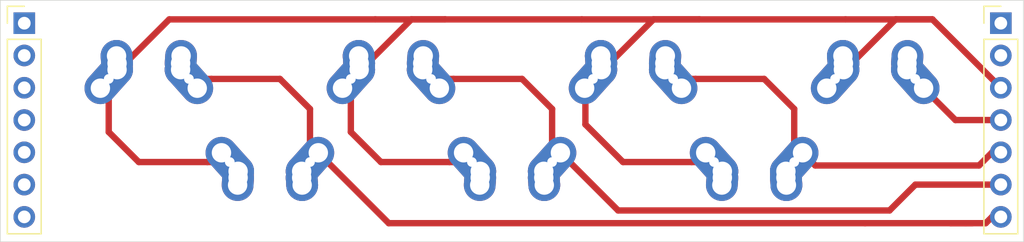
<source format=kicad_pcb>
(kicad_pcb (version 20171130) (host pcbnew "(5.1.4)-1")

  (general
    (thickness 1.6)
    (drawings 4)
    (tracks 61)
    (zones 0)
    (modules 9)
    (nets 15)
  )

  (page A4)
  (layers
    (0 F.Cu signal)
    (31 B.Cu signal hide)
    (32 B.Adhes user hide)
    (33 F.Adhes user hide)
    (34 B.Paste user hide)
    (35 F.Paste user hide)
    (36 B.SilkS user hide)
    (37 F.SilkS user hide)
    (38 B.Mask user hide)
    (39 F.Mask user hide)
    (40 Dwgs.User user hide)
    (41 Cmts.User user hide)
    (42 Eco1.User user hide)
    (43 Eco2.User user hide)
    (44 Edge.Cuts user)
    (45 Margin user hide)
    (46 B.CrtYd user hide)
    (47 F.CrtYd user hide)
    (48 B.Fab user)
    (49 F.Fab user)
  )

  (setup
    (last_trace_width 0.5)
    (user_trace_width 0.762)
    (trace_clearance 0.5)
    (zone_clearance 0.5)
    (zone_45_only no)
    (trace_min 0.2)
    (via_size 0.8)
    (via_drill 0.4)
    (via_min_size 0.4)
    (via_min_drill 0.3)
    (uvia_size 0.3)
    (uvia_drill 0.1)
    (uvias_allowed no)
    (uvia_min_size 0.2)
    (uvia_min_drill 0.1)
    (edge_width 0.05)
    (segment_width 0.2)
    (pcb_text_width 0.3)
    (pcb_text_size 1.5 1.5)
    (mod_edge_width 0.12)
    (mod_text_size 1 1)
    (mod_text_width 0.15)
    (pad_size 1.524 1.524)
    (pad_drill 0.762)
    (pad_to_mask_clearance 0.5)
    (solder_mask_min_width 0.25)
    (aux_axis_origin 0 0)
    (grid_origin 118.745 48.895)
    (visible_elements 7EF9BE47)
    (pcbplotparams
      (layerselection 0x01000_7fffffff)
      (usegerberextensions false)
      (usegerberattributes false)
      (usegerberadvancedattributes false)
      (creategerberjobfile false)
      (excludeedgelayer true)
      (linewidth 0.500000)
      (plotframeref false)
      (viasonmask false)
      (mode 1)
      (useauxorigin false)
      (hpglpennumber 1)
      (hpglpenspeed 20)
      (hpglpendiameter 15.000000)
      (psnegative false)
      (psa4output false)
      (plotreference false)
      (plotvalue false)
      (plotinvisibletext false)
      (padsonsilk false)
      (subtractmaskfromsilk false)
      (outputformat 1)
      (mirror false)
      (drillshape 0)
      (scaleselection 1)
      (outputdirectory "output/"))
  )

  (net 0 "")
  (net 1 "Net-(JMM1.2-Pad1)")
  (net 2 "Net-(JMM1.2-Pad2)")
  (net 3 "Net-(JMM1.2-Pad3)")
  (net 4 "Net-(JMM1.2-Pad4)")
  (net 5 "Net-(JMM1.2-Pad5)")
  (net 6 "Net-(JMM1.2-Pad6)")
  (net 7 "Net-(JMM1.2-Pad7)")
  (net 8 "Net-(JMM1.1-Pad7)")
  (net 9 "Net-(JMM1.1-Pad6)")
  (net 10 "Net-(JMM1.1-Pad5)")
  (net 11 "Net-(JMM1.1-Pad4)")
  (net 12 "Net-(JMM1.1-Pad3)")
  (net 13 "Net-(JMM1.1-Pad2)")
  (net 14 "Net-(JMM1.1-Pad1)")

  (net_class Default "This is the default net class."
    (clearance 0.5)
    (trace_width 0.5)
    (via_dia 0.8)
    (via_drill 0.4)
    (uvia_dia 0.3)
    (uvia_drill 0.1)
    (add_net "Net-(JMM1.1-Pad1)")
    (add_net "Net-(JMM1.1-Pad2)")
    (add_net "Net-(JMM1.1-Pad3)")
    (add_net "Net-(JMM1.1-Pad4)")
    (add_net "Net-(JMM1.1-Pad5)")
    (add_net "Net-(JMM1.1-Pad6)")
    (add_net "Net-(JMM1.1-Pad7)")
    (add_net "Net-(JMM1.2-Pad1)")
    (add_net "Net-(JMM1.2-Pad2)")
    (add_net "Net-(JMM1.2-Pad3)")
    (add_net "Net-(JMM1.2-Pad4)")
    (add_net "Net-(JMM1.2-Pad5)")
    (add_net "Net-(JMM1.2-Pad6)")
    (add_net "Net-(JMM1.2-Pad7)")
  )

  (net_class Large ""
    (clearance 0.5)
    (trace_width 0.5)
    (via_dia 0.8)
    (via_drill 0.4)
    (uvia_dia 0.3)
    (uvia_drill 0.1)
  )

  (module Keebio-Parts:Hybrid_Plate_100H_Dual_hole-nosilk (layer F.Cu) (tedit 5D8FAB62) (tstamp 5D93D004)
    (at 212.58 14.35)
    (path /5DA20242)
    (fp_text reference SWA7.2 (at 0 3.175) (layer F.SilkS) hide
      (effects (font (size 1.27 1.524) (thickness 0.2032)))
    )
    (fp_text value SW_Push_45deg (at 0 5.08) (layer F.SilkS) hide
      (effects (font (size 1.27 1.524) (thickness 0.2032)))
    )
    (fp_line (start -6.985 6.985) (end -6.985 -6.985) (layer Eco2.User) (width 0.1524))
    (fp_line (start 6.985 6.985) (end -6.985 6.985) (layer Eco2.User) (width 0.1524))
    (fp_line (start 6.985 -6.985) (end 6.985 6.985) (layer Eco2.User) (width 0.1524))
    (fp_line (start -6.985 -6.985) (end 6.985 -6.985) (layer Eco2.User) (width 0.1524))
    (fp_line (start -9.398 9.398) (end -9.398 -9.398) (layer Dwgs.User) (width 0.1524))
    (fp_line (start 9.398 9.398) (end -9.398 9.398) (layer Dwgs.User) (width 0.1524))
    (fp_line (start 9.398 -9.398) (end 9.398 9.398) (layer Dwgs.User) (width 0.1524))
    (fp_line (start -9.398 -9.398) (end 9.398 -9.398) (layer Dwgs.User) (width 0.1524))
    (fp_line (start -6.35 6.35) (end -6.35 -6.35) (layer Cmts.User) (width 0.1524))
    (fp_line (start 6.35 6.35) (end -6.35 6.35) (layer Cmts.User) (width 0.1524))
    (fp_line (start 6.35 -6.35) (end 6.35 6.35) (layer Cmts.User) (width 0.1524))
    (fp_line (start -6.35 -6.35) (end 6.35 -6.35) (layer Cmts.User) (width 0.1524))
    (pad 1 thru_hole circle (at -2.54 -5.08 330.9) (size 2.5 2.5) (drill 1.524) (layers *.Cu F.Mask)
      (net 12 "Net-(JMM1.1-Pad3)"))
    (pad 1 thru_hole circle (at -2.5 -4.5 330.9) (size 2.5 2.5) (drill 1.524) (layers *.Cu F.Mask)
      (net 12 "Net-(JMM1.1-Pad3)"))
    (pad 1 thru_hole oval (at -2.52 -4.79 3.9) (size 2.5 3.081378) (drill 0.762) (layers *.Cu F.Mask)
      (net 12 "Net-(JMM1.1-Pad3)"))
    (pad 2 thru_hole circle (at 3.81 -2.54 330.9) (size 2 2) (drill 1.524) (layers *.Cu F.Mask)
      (net 11 "Net-(JMM1.1-Pad4)"))
    (pad 2 thru_hole circle (at 2.5 -4) (size 2.5 2.5) (drill 1.524) (layers *.Cu *.Mask)
      (net 11 "Net-(JMM1.1-Pad4)"))
    (pad 1 thru_hole oval (at -3.155 -3.27 138.1) (size 2.5 4.461556) (drill 0.762) (layers *.Cu B.Mask)
      (net 12 "Net-(JMM1.1-Pad3)"))
    (pad 2 thru_hole oval (at 3.155 -3.27 221.9) (size 2.5 4.461556) (drill 0.762) (layers *.Cu F.Mask)
      (net 11 "Net-(JMM1.1-Pad4)"))
    (pad 1 thru_hole circle (at -3.81 -2.54 330.9) (size 2 2) (drill 1.524) (layers *.Cu B.Mask)
      (net 12 "Net-(JMM1.1-Pad3)"))
    (pad HOLE np_thru_hole circle (at 0 0) (size 3.9878 3.9878) (drill 3.9878) (layers *.Cu *.Mask))
    (pad 1 thru_hole circle (at -2.5 -4 330.9) (size 2.5 2.5) (drill 1.524) (layers *.Cu *.Mask)
      (net 12 "Net-(JMM1.1-Pad3)"))
    (pad 2 thru_hole circle (at 2.54 -5.08 330.9) (size 2 2) (drill 1.524) (layers *.Cu B.Mask)
      (net 11 "Net-(JMM1.1-Pad4)"))
    (pad 2 thru_hole circle (at 2.5 -4.5 330.9) (size 2 2) (drill 1.524) (layers *.Cu B.Mask)
      (net 11 "Net-(JMM1.1-Pad4)"))
    (pad 2 thru_hole oval (at 2.52 -4.79 356.1) (size 2.5 3.081378) (drill 0.762) (layers *.Cu B.Mask)
      (net 11 "Net-(JMM1.1-Pad4)"))
  )

  (module Keebio-Parts:Hybrid_Plate_100H_Dual_hole-nosilk (layer F.Cu) (tedit 5D8FAB62) (tstamp 5D93D021)
    (at 193.53 14.35)
    (path /5DA2281E)
    (fp_text reference SWB7.1 (at 0 3.175) (layer F.SilkS) hide
      (effects (font (size 1.27 1.524) (thickness 0.2032)))
    )
    (fp_text value SW_Push_45deg (at 0 5.08) (layer F.SilkS) hide
      (effects (font (size 1.27 1.524) (thickness 0.2032)))
    )
    (fp_line (start -6.35 -6.35) (end 6.35 -6.35) (layer Cmts.User) (width 0.1524))
    (fp_line (start 6.35 -6.35) (end 6.35 6.35) (layer Cmts.User) (width 0.1524))
    (fp_line (start 6.35 6.35) (end -6.35 6.35) (layer Cmts.User) (width 0.1524))
    (fp_line (start -6.35 6.35) (end -6.35 -6.35) (layer Cmts.User) (width 0.1524))
    (fp_line (start -9.398 -9.398) (end 9.398 -9.398) (layer Dwgs.User) (width 0.1524))
    (fp_line (start 9.398 -9.398) (end 9.398 9.398) (layer Dwgs.User) (width 0.1524))
    (fp_line (start 9.398 9.398) (end -9.398 9.398) (layer Dwgs.User) (width 0.1524))
    (fp_line (start -9.398 9.398) (end -9.398 -9.398) (layer Dwgs.User) (width 0.1524))
    (fp_line (start -6.985 -6.985) (end 6.985 -6.985) (layer Eco2.User) (width 0.1524))
    (fp_line (start 6.985 -6.985) (end 6.985 6.985) (layer Eco2.User) (width 0.1524))
    (fp_line (start 6.985 6.985) (end -6.985 6.985) (layer Eco2.User) (width 0.1524))
    (fp_line (start -6.985 6.985) (end -6.985 -6.985) (layer Eco2.User) (width 0.1524))
    (pad 2 thru_hole oval (at 2.52 -4.79 356.1) (size 2.5 3.081378) (drill 0.762) (layers *.Cu B.Mask)
      (net 10 "Net-(JMM1.1-Pad5)"))
    (pad 2 thru_hole circle (at 2.5 -4.5 330.9) (size 2 2) (drill 1.524) (layers *.Cu B.Mask)
      (net 10 "Net-(JMM1.1-Pad5)"))
    (pad 2 thru_hole circle (at 2.54 -5.08 330.9) (size 2 2) (drill 1.524) (layers *.Cu B.Mask)
      (net 10 "Net-(JMM1.1-Pad5)"))
    (pad 1 thru_hole circle (at -2.5 -4 330.9) (size 2.5 2.5) (drill 1.524) (layers *.Cu *.Mask)
      (net 12 "Net-(JMM1.1-Pad3)"))
    (pad HOLE np_thru_hole circle (at 0 0) (size 3.9878 3.9878) (drill 3.9878) (layers *.Cu *.Mask))
    (pad 1 thru_hole circle (at -3.81 -2.54 330.9) (size 2 2) (drill 1.524) (layers *.Cu B.Mask)
      (net 12 "Net-(JMM1.1-Pad3)"))
    (pad 2 thru_hole oval (at 3.155 -3.27 221.9) (size 2.5 4.461556) (drill 0.762) (layers *.Cu F.Mask)
      (net 10 "Net-(JMM1.1-Pad5)"))
    (pad 1 thru_hole oval (at -3.155 -3.27 138.1) (size 2.5 4.461556) (drill 0.762) (layers *.Cu B.Mask)
      (net 12 "Net-(JMM1.1-Pad3)"))
    (pad 2 thru_hole circle (at 2.5 -4) (size 2.5 2.5) (drill 1.524) (layers *.Cu *.Mask)
      (net 10 "Net-(JMM1.1-Pad5)"))
    (pad 2 thru_hole circle (at 3.81 -2.54 330.9) (size 2 2) (drill 1.524) (layers *.Cu F.Mask)
      (net 10 "Net-(JMM1.1-Pad5)"))
    (pad 1 thru_hole oval (at -2.52 -4.79 3.9) (size 2.5 3.081378) (drill 0.762) (layers *.Cu F.Mask)
      (net 12 "Net-(JMM1.1-Pad3)"))
    (pad 1 thru_hole circle (at -2.5 -4.5 330.9) (size 2.5 2.5) (drill 1.524) (layers *.Cu F.Mask)
      (net 12 "Net-(JMM1.1-Pad3)"))
    (pad 1 thru_hole circle (at -2.54 -5.08 330.9) (size 2.5 2.5) (drill 1.524) (layers *.Cu F.Mask)
      (net 12 "Net-(JMM1.1-Pad3)"))
  )

  (module Keebio-Parts:Hybrid_Plate_100H_Dual_hole-nosilk (layer F.Cu) (tedit 5D8FAB62) (tstamp 5D93D03E)
    (at 203.055 14.35 180)
    (path /5DA3B95E)
    (fp_text reference SWB7.2 (at 0 3.175) (layer F.SilkS) hide
      (effects (font (size 1.27 1.524) (thickness 0.2032)))
    )
    (fp_text value SW_Push_45deg (at 0 5.08) (layer F.SilkS) hide
      (effects (font (size 1.27 1.524) (thickness 0.2032)))
    )
    (fp_line (start -6.35 -6.35) (end 6.35 -6.35) (layer Cmts.User) (width 0.1524))
    (fp_line (start 6.35 -6.35) (end 6.35 6.35) (layer Cmts.User) (width 0.1524))
    (fp_line (start 6.35 6.35) (end -6.35 6.35) (layer Cmts.User) (width 0.1524))
    (fp_line (start -6.35 6.35) (end -6.35 -6.35) (layer Cmts.User) (width 0.1524))
    (fp_line (start -9.398 -9.398) (end 9.398 -9.398) (layer Dwgs.User) (width 0.1524))
    (fp_line (start 9.398 -9.398) (end 9.398 9.398) (layer Dwgs.User) (width 0.1524))
    (fp_line (start 9.398 9.398) (end -9.398 9.398) (layer Dwgs.User) (width 0.1524))
    (fp_line (start -9.398 9.398) (end -9.398 -9.398) (layer Dwgs.User) (width 0.1524))
    (fp_line (start -6.985 -6.985) (end 6.985 -6.985) (layer Eco2.User) (width 0.1524))
    (fp_line (start 6.985 -6.985) (end 6.985 6.985) (layer Eco2.User) (width 0.1524))
    (fp_line (start 6.985 6.985) (end -6.985 6.985) (layer Eco2.User) (width 0.1524))
    (fp_line (start -6.985 6.985) (end -6.985 -6.985) (layer Eco2.User) (width 0.1524))
    (pad 2 thru_hole oval (at 2.52 -4.79 176.1) (size 2.5 3.081378) (drill 0.762) (layers *.Cu B.Mask)
      (net 12 "Net-(JMM1.1-Pad3)"))
    (pad 2 thru_hole circle (at 2.5 -4.5 150.9) (size 2 2) (drill 1.524) (layers *.Cu B.Mask)
      (net 12 "Net-(JMM1.1-Pad3)"))
    (pad 2 thru_hole circle (at 2.54 -5.08 150.9) (size 2 2) (drill 1.524) (layers *.Cu B.Mask)
      (net 12 "Net-(JMM1.1-Pad3)"))
    (pad 1 thru_hole circle (at -2.5 -4 150.9) (size 2.5 2.5) (drill 1.524) (layers *.Cu *.Mask)
      (net 10 "Net-(JMM1.1-Pad5)"))
    (pad HOLE np_thru_hole circle (at 0 0 180) (size 3.9878 3.9878) (drill 3.9878) (layers *.Cu *.Mask))
    (pad 1 thru_hole circle (at -3.81 -2.54 150.9) (size 2 2) (drill 1.524) (layers *.Cu B.Mask)
      (net 10 "Net-(JMM1.1-Pad5)"))
    (pad 2 thru_hole oval (at 3.155 -3.27 41.9) (size 2.5 4.461556) (drill 0.762) (layers *.Cu F.Mask)
      (net 12 "Net-(JMM1.1-Pad3)"))
    (pad 1 thru_hole oval (at -3.155 -3.27 318.1) (size 2.5 4.461556) (drill 0.762) (layers *.Cu B.Mask)
      (net 10 "Net-(JMM1.1-Pad5)"))
    (pad 2 thru_hole circle (at 2.5 -4 180) (size 2.5 2.5) (drill 1.524) (layers *.Cu *.Mask)
      (net 12 "Net-(JMM1.1-Pad3)"))
    (pad 2 thru_hole circle (at 3.81 -2.54 150.9) (size 2 2) (drill 1.524) (layers *.Cu F.Mask)
      (net 12 "Net-(JMM1.1-Pad3)"))
    (pad 1 thru_hole oval (at -2.52 -4.79 183.9) (size 2.5 3.081378) (drill 0.762) (layers *.Cu F.Mask)
      (net 10 "Net-(JMM1.1-Pad5)"))
    (pad 1 thru_hole circle (at -2.5 -4.5 150.9) (size 2.5 2.5) (drill 1.524) (layers *.Cu F.Mask)
      (net 10 "Net-(JMM1.1-Pad5)"))
    (pad 1 thru_hole circle (at -2.54 -5.08 150.9) (size 2.5 2.5) (drill 1.524) (layers *.Cu F.Mask)
      (net 10 "Net-(JMM1.1-Pad5)"))
  )

  (module Keebio-Parts:Hybrid_Plate_100H_Dual_hole-nosilk (layer F.Cu) (tedit 5D8FAB62) (tstamp 5D93D05B)
    (at 174.48 14.35)
    (path /5DA22EB5)
    (fp_text reference SWC7.1 (at 0 3.175) (layer F.SilkS) hide
      (effects (font (size 1.27 1.524) (thickness 0.2032)))
    )
    (fp_text value SW_Push_45deg (at 0 5.08) (layer F.SilkS) hide
      (effects (font (size 1.27 1.524) (thickness 0.2032)))
    )
    (fp_line (start -6.35 -6.35) (end 6.35 -6.35) (layer Cmts.User) (width 0.1524))
    (fp_line (start 6.35 -6.35) (end 6.35 6.35) (layer Cmts.User) (width 0.1524))
    (fp_line (start 6.35 6.35) (end -6.35 6.35) (layer Cmts.User) (width 0.1524))
    (fp_line (start -6.35 6.35) (end -6.35 -6.35) (layer Cmts.User) (width 0.1524))
    (fp_line (start -9.398 -9.398) (end 9.398 -9.398) (layer Dwgs.User) (width 0.1524))
    (fp_line (start 9.398 -9.398) (end 9.398 9.398) (layer Dwgs.User) (width 0.1524))
    (fp_line (start 9.398 9.398) (end -9.398 9.398) (layer Dwgs.User) (width 0.1524))
    (fp_line (start -9.398 9.398) (end -9.398 -9.398) (layer Dwgs.User) (width 0.1524))
    (fp_line (start -6.985 -6.985) (end 6.985 -6.985) (layer Eco2.User) (width 0.1524))
    (fp_line (start 6.985 -6.985) (end 6.985 6.985) (layer Eco2.User) (width 0.1524))
    (fp_line (start 6.985 6.985) (end -6.985 6.985) (layer Eco2.User) (width 0.1524))
    (fp_line (start -6.985 6.985) (end -6.985 -6.985) (layer Eco2.User) (width 0.1524))
    (pad 2 thru_hole oval (at 2.52 -4.79 356.1) (size 2.5 3.081378) (drill 0.762) (layers *.Cu B.Mask)
      (net 9 "Net-(JMM1.1-Pad6)"))
    (pad 2 thru_hole circle (at 2.5 -4.5 330.9) (size 2 2) (drill 1.524) (layers *.Cu B.Mask)
      (net 9 "Net-(JMM1.1-Pad6)"))
    (pad 2 thru_hole circle (at 2.54 -5.08 330.9) (size 2 2) (drill 1.524) (layers *.Cu B.Mask)
      (net 9 "Net-(JMM1.1-Pad6)"))
    (pad 1 thru_hole circle (at -2.5 -4 330.9) (size 2.5 2.5) (drill 1.524) (layers *.Cu *.Mask)
      (net 12 "Net-(JMM1.1-Pad3)"))
    (pad HOLE np_thru_hole circle (at 0 0) (size 3.9878 3.9878) (drill 3.9878) (layers *.Cu *.Mask))
    (pad 1 thru_hole circle (at -3.81 -2.54 330.9) (size 2 2) (drill 1.524) (layers *.Cu B.Mask)
      (net 12 "Net-(JMM1.1-Pad3)"))
    (pad 2 thru_hole oval (at 3.155 -3.27 221.9) (size 2.5 4.461556) (drill 0.762) (layers *.Cu F.Mask)
      (net 9 "Net-(JMM1.1-Pad6)"))
    (pad 1 thru_hole oval (at -3.155 -3.27 138.1) (size 2.5 4.461556) (drill 0.762) (layers *.Cu B.Mask)
      (net 12 "Net-(JMM1.1-Pad3)"))
    (pad 2 thru_hole circle (at 2.5 -4) (size 2.5 2.5) (drill 1.524) (layers *.Cu *.Mask)
      (net 9 "Net-(JMM1.1-Pad6)"))
    (pad 2 thru_hole circle (at 3.81 -2.54 330.9) (size 2 2) (drill 1.524) (layers *.Cu F.Mask)
      (net 9 "Net-(JMM1.1-Pad6)"))
    (pad 1 thru_hole oval (at -2.52 -4.79 3.9) (size 2.5 3.081378) (drill 0.762) (layers *.Cu F.Mask)
      (net 12 "Net-(JMM1.1-Pad3)"))
    (pad 1 thru_hole circle (at -2.5 -4.5 330.9) (size 2.5 2.5) (drill 1.524) (layers *.Cu F.Mask)
      (net 12 "Net-(JMM1.1-Pad3)"))
    (pad 1 thru_hole circle (at -2.54 -5.08 330.9) (size 2.5 2.5) (drill 1.524) (layers *.Cu F.Mask)
      (net 12 "Net-(JMM1.1-Pad3)"))
  )

  (module Keebio-Parts:Hybrid_Plate_100H_Dual_hole-nosilk (layer F.Cu) (tedit 5D8FAB62) (tstamp 5D93D078)
    (at 184.005 14.35 180)
    (path /5DA3C77C)
    (fp_text reference SWC7.2 (at 0 3.175) (layer F.SilkS) hide
      (effects (font (size 1.27 1.524) (thickness 0.2032)))
    )
    (fp_text value SW_Push_45deg (at 0 5.08) (layer F.SilkS) hide
      (effects (font (size 1.27 1.524) (thickness 0.2032)))
    )
    (fp_line (start -6.985 6.985) (end -6.985 -6.985) (layer Eco2.User) (width 0.1524))
    (fp_line (start 6.985 6.985) (end -6.985 6.985) (layer Eco2.User) (width 0.1524))
    (fp_line (start 6.985 -6.985) (end 6.985 6.985) (layer Eco2.User) (width 0.1524))
    (fp_line (start -6.985 -6.985) (end 6.985 -6.985) (layer Eco2.User) (width 0.1524))
    (fp_line (start -9.398 9.398) (end -9.398 -9.398) (layer Dwgs.User) (width 0.1524))
    (fp_line (start 9.398 9.398) (end -9.398 9.398) (layer Dwgs.User) (width 0.1524))
    (fp_line (start 9.398 -9.398) (end 9.398 9.398) (layer Dwgs.User) (width 0.1524))
    (fp_line (start -9.398 -9.398) (end 9.398 -9.398) (layer Dwgs.User) (width 0.1524))
    (fp_line (start -6.35 6.35) (end -6.35 -6.35) (layer Cmts.User) (width 0.1524))
    (fp_line (start 6.35 6.35) (end -6.35 6.35) (layer Cmts.User) (width 0.1524))
    (fp_line (start 6.35 -6.35) (end 6.35 6.35) (layer Cmts.User) (width 0.1524))
    (fp_line (start -6.35 -6.35) (end 6.35 -6.35) (layer Cmts.User) (width 0.1524))
    (pad 1 thru_hole circle (at -2.54 -5.08 150.9) (size 2.5 2.5) (drill 1.524) (layers *.Cu F.Mask)
      (net 9 "Net-(JMM1.1-Pad6)"))
    (pad 1 thru_hole circle (at -2.5 -4.5 150.9) (size 2.5 2.5) (drill 1.524) (layers *.Cu F.Mask)
      (net 9 "Net-(JMM1.1-Pad6)"))
    (pad 1 thru_hole oval (at -2.52 -4.79 183.9) (size 2.5 3.081378) (drill 0.762) (layers *.Cu F.Mask)
      (net 9 "Net-(JMM1.1-Pad6)"))
    (pad 2 thru_hole circle (at 3.81 -2.54 150.9) (size 2 2) (drill 1.524) (layers *.Cu F.Mask)
      (net 12 "Net-(JMM1.1-Pad3)"))
    (pad 2 thru_hole circle (at 2.5 -4 180) (size 2.5 2.5) (drill 1.524) (layers *.Cu *.Mask)
      (net 12 "Net-(JMM1.1-Pad3)"))
    (pad 1 thru_hole oval (at -3.155 -3.27 318.1) (size 2.5 4.461556) (drill 0.762) (layers *.Cu B.Mask)
      (net 9 "Net-(JMM1.1-Pad6)"))
    (pad 2 thru_hole oval (at 3.155 -3.27 41.9) (size 2.5 4.461556) (drill 0.762) (layers *.Cu F.Mask)
      (net 12 "Net-(JMM1.1-Pad3)"))
    (pad 1 thru_hole circle (at -3.81 -2.54 150.9) (size 2 2) (drill 1.524) (layers *.Cu B.Mask)
      (net 9 "Net-(JMM1.1-Pad6)"))
    (pad HOLE np_thru_hole circle (at 0 0 180) (size 3.9878 3.9878) (drill 3.9878) (layers *.Cu *.Mask))
    (pad 1 thru_hole circle (at -2.5 -4 150.9) (size 2.5 2.5) (drill 1.524) (layers *.Cu *.Mask)
      (net 9 "Net-(JMM1.1-Pad6)"))
    (pad 2 thru_hole circle (at 2.54 -5.08 150.9) (size 2 2) (drill 1.524) (layers *.Cu B.Mask)
      (net 12 "Net-(JMM1.1-Pad3)"))
    (pad 2 thru_hole circle (at 2.5 -4.5 150.9) (size 2 2) (drill 1.524) (layers *.Cu B.Mask)
      (net 12 "Net-(JMM1.1-Pad3)"))
    (pad 2 thru_hole oval (at 2.52 -4.79 176.1) (size 2.5 3.081378) (drill 0.762) (layers *.Cu B.Mask)
      (net 12 "Net-(JMM1.1-Pad3)"))
  )

  (module Keebio-Parts:Hybrid_Plate_100H_Dual_hole-nosilk (layer F.Cu) (tedit 5D8FAB62) (tstamp 5D93D095)
    (at 155.43 14.35)
    (path /5DA24BAA)
    (fp_text reference SWD7.1 (at 0 3.175) (layer F.SilkS) hide
      (effects (font (size 1.27 1.524) (thickness 0.2032)))
    )
    (fp_text value SW_Push_45deg (at 0 5.08) (layer F.SilkS) hide
      (effects (font (size 1.27 1.524) (thickness 0.2032)))
    )
    (fp_line (start -6.985 6.985) (end -6.985 -6.985) (layer Eco2.User) (width 0.1524))
    (fp_line (start 6.985 6.985) (end -6.985 6.985) (layer Eco2.User) (width 0.1524))
    (fp_line (start 6.985 -6.985) (end 6.985 6.985) (layer Eco2.User) (width 0.1524))
    (fp_line (start -6.985 -6.985) (end 6.985 -6.985) (layer Eco2.User) (width 0.1524))
    (fp_line (start -9.398 9.398) (end -9.398 -9.398) (layer Dwgs.User) (width 0.1524))
    (fp_line (start 9.398 9.398) (end -9.398 9.398) (layer Dwgs.User) (width 0.1524))
    (fp_line (start 9.398 -9.398) (end 9.398 9.398) (layer Dwgs.User) (width 0.1524))
    (fp_line (start -9.398 -9.398) (end 9.398 -9.398) (layer Dwgs.User) (width 0.1524))
    (fp_line (start -6.35 6.35) (end -6.35 -6.35) (layer Cmts.User) (width 0.1524))
    (fp_line (start 6.35 6.35) (end -6.35 6.35) (layer Cmts.User) (width 0.1524))
    (fp_line (start 6.35 -6.35) (end 6.35 6.35) (layer Cmts.User) (width 0.1524))
    (fp_line (start -6.35 -6.35) (end 6.35 -6.35) (layer Cmts.User) (width 0.1524))
    (pad 1 thru_hole circle (at -2.54 -5.08 330.9) (size 2.5 2.5) (drill 1.524) (layers *.Cu F.Mask)
      (net 12 "Net-(JMM1.1-Pad3)"))
    (pad 1 thru_hole circle (at -2.5 -4.5 330.9) (size 2.5 2.5) (drill 1.524) (layers *.Cu F.Mask)
      (net 12 "Net-(JMM1.1-Pad3)"))
    (pad 1 thru_hole oval (at -2.52 -4.79 3.9) (size 2.5 3.081378) (drill 0.762) (layers *.Cu F.Mask)
      (net 12 "Net-(JMM1.1-Pad3)"))
    (pad 2 thru_hole circle (at 3.81 -2.54 330.9) (size 2 2) (drill 1.524) (layers *.Cu F.Mask)
      (net 8 "Net-(JMM1.1-Pad7)"))
    (pad 2 thru_hole circle (at 2.5 -4) (size 2.5 2.5) (drill 1.524) (layers *.Cu *.Mask)
      (net 8 "Net-(JMM1.1-Pad7)"))
    (pad 1 thru_hole oval (at -3.155 -3.27 138.1) (size 2.5 4.461556) (drill 0.762) (layers *.Cu B.Mask)
      (net 12 "Net-(JMM1.1-Pad3)"))
    (pad 2 thru_hole oval (at 3.155 -3.27 221.9) (size 2.5 4.461556) (drill 0.762) (layers *.Cu F.Mask)
      (net 8 "Net-(JMM1.1-Pad7)"))
    (pad 1 thru_hole circle (at -3.81 -2.54 330.9) (size 2 2) (drill 1.524) (layers *.Cu B.Mask)
      (net 12 "Net-(JMM1.1-Pad3)"))
    (pad HOLE np_thru_hole circle (at 0 0) (size 3.9878 3.9878) (drill 3.9878) (layers *.Cu *.Mask))
    (pad 1 thru_hole circle (at -2.5 -4 330.9) (size 2.5 2.5) (drill 1.524) (layers *.Cu *.Mask)
      (net 12 "Net-(JMM1.1-Pad3)"))
    (pad 2 thru_hole circle (at 2.54 -5.08 330.9) (size 2 2) (drill 1.524) (layers *.Cu B.Mask)
      (net 8 "Net-(JMM1.1-Pad7)"))
    (pad 2 thru_hole circle (at 2.5 -4.5 330.9) (size 2 2) (drill 1.524) (layers *.Cu B.Mask)
      (net 8 "Net-(JMM1.1-Pad7)"))
    (pad 2 thru_hole oval (at 2.52 -4.79 356.1) (size 2.5 3.081378) (drill 0.762) (layers *.Cu B.Mask)
      (net 8 "Net-(JMM1.1-Pad7)"))
  )

  (module Keebio-Parts:Hybrid_Plate_100H_Dual_hole-nosilk (layer F.Cu) (tedit 5D8FAB62) (tstamp 5D93D0B2)
    (at 164.955 14.35 180)
    (path /5DA3CFBD)
    (fp_text reference SWD7.2 (at 0 3.175) (layer F.SilkS) hide
      (effects (font (size 1.27 1.524) (thickness 0.2032)))
    )
    (fp_text value SW_Push_45deg (at 0 5.08) (layer F.SilkS) hide
      (effects (font (size 1.27 1.524) (thickness 0.2032)))
    )
    (fp_line (start -6.35 -6.35) (end 6.35 -6.35) (layer Cmts.User) (width 0.1524))
    (fp_line (start 6.35 -6.35) (end 6.35 6.35) (layer Cmts.User) (width 0.1524))
    (fp_line (start 6.35 6.35) (end -6.35 6.35) (layer Cmts.User) (width 0.1524))
    (fp_line (start -6.35 6.35) (end -6.35 -6.35) (layer Cmts.User) (width 0.1524))
    (fp_line (start -9.398 -9.398) (end 9.398 -9.398) (layer Dwgs.User) (width 0.1524))
    (fp_line (start 9.398 -9.398) (end 9.398 9.398) (layer Dwgs.User) (width 0.1524))
    (fp_line (start 9.398 9.398) (end -9.398 9.398) (layer Dwgs.User) (width 0.1524))
    (fp_line (start -9.398 9.398) (end -9.398 -9.398) (layer Dwgs.User) (width 0.1524))
    (fp_line (start -6.985 -6.985) (end 6.985 -6.985) (layer Eco2.User) (width 0.1524))
    (fp_line (start 6.985 -6.985) (end 6.985 6.985) (layer Eco2.User) (width 0.1524))
    (fp_line (start 6.985 6.985) (end -6.985 6.985) (layer Eco2.User) (width 0.1524))
    (fp_line (start -6.985 6.985) (end -6.985 -6.985) (layer Eco2.User) (width 0.1524))
    (pad 2 thru_hole oval (at 2.52 -4.79 176.1) (size 2.5 3.081378) (drill 0.762) (layers *.Cu B.Mask)
      (net 12 "Net-(JMM1.1-Pad3)"))
    (pad 2 thru_hole circle (at 2.5 -4.5 150.9) (size 2 2) (drill 1.524) (layers *.Cu B.Mask)
      (net 12 "Net-(JMM1.1-Pad3)"))
    (pad 2 thru_hole circle (at 2.54 -5.08 150.9) (size 2 2) (drill 1.524) (layers *.Cu B.Mask)
      (net 12 "Net-(JMM1.1-Pad3)"))
    (pad 1 thru_hole circle (at -2.5 -4 150.9) (size 2.5 2.5) (drill 1.524) (layers *.Cu *.Mask)
      (net 8 "Net-(JMM1.1-Pad7)"))
    (pad HOLE np_thru_hole circle (at 0 0 180) (size 3.9878 3.9878) (drill 3.9878) (layers *.Cu *.Mask))
    (pad 1 thru_hole circle (at -3.81 -2.54 150.9) (size 2 2) (drill 1.524) (layers *.Cu B.Mask)
      (net 8 "Net-(JMM1.1-Pad7)"))
    (pad 2 thru_hole oval (at 3.155 -3.27 41.9) (size 2.5 4.461556) (drill 0.762) (layers *.Cu F.Mask)
      (net 12 "Net-(JMM1.1-Pad3)"))
    (pad 1 thru_hole oval (at -3.155 -3.27 318.1) (size 2.5 4.461556) (drill 0.762) (layers *.Cu B.Mask)
      (net 8 "Net-(JMM1.1-Pad7)"))
    (pad 2 thru_hole circle (at 2.5 -4 180) (size 2.5 2.5) (drill 1.524) (layers *.Cu *.Mask)
      (net 12 "Net-(JMM1.1-Pad3)"))
    (pad 2 thru_hole circle (at 3.81 -2.54 150.9) (size 2 2) (drill 1.524) (layers *.Cu F.Mask)
      (net 12 "Net-(JMM1.1-Pad3)"))
    (pad 1 thru_hole oval (at -2.52 -4.79 183.9) (size 2.5 3.081378) (drill 0.762) (layers *.Cu F.Mask)
      (net 8 "Net-(JMM1.1-Pad7)"))
    (pad 1 thru_hole circle (at -2.5 -4.5 150.9) (size 2.5 2.5) (drill 1.524) (layers *.Cu F.Mask)
      (net 8 "Net-(JMM1.1-Pad7)"))
    (pad 1 thru_hole circle (at -2.54 -5.08 150.9) (size 2.5 2.5) (drill 1.524) (layers *.Cu F.Mask)
      (net 8 "Net-(JMM1.1-Pad7)"))
  )

  (module Connector_PinHeader_2.54mm:PinHeader_1x07_P2.54mm_Vertical (layer F.Cu) (tedit 59FED5CC) (tstamp 5D97A7DB)
    (at 145.63 6.695)
    (descr "Through hole straight pin header, 1x07, 2.54mm pitch, single row")
    (tags "Through hole pin header THT 1x07 2.54mm single row")
    (path /5DC2AAEB)
    (fp_text reference JMM1.2 (at 0 -2.33) (layer F.SilkS)
      (effects (font (size 1 1) (thickness 0.15)))
    )
    (fp_text value Conn_01x07_Female (at 0 17.57) (layer F.Fab)
      (effects (font (size 1 1) (thickness 0.15)))
    )
    (fp_line (start -0.635 -1.27) (end 1.27 -1.27) (layer F.Fab) (width 0.1))
    (fp_line (start 1.27 -1.27) (end 1.27 16.51) (layer F.Fab) (width 0.1))
    (fp_line (start 1.27 16.51) (end -1.27 16.51) (layer F.Fab) (width 0.1))
    (fp_line (start -1.27 16.51) (end -1.27 -0.635) (layer F.Fab) (width 0.1))
    (fp_line (start -1.27 -0.635) (end -0.635 -1.27) (layer F.Fab) (width 0.1))
    (fp_line (start -1.33 16.57) (end 1.33 16.57) (layer F.SilkS) (width 0.12))
    (fp_line (start -1.33 1.27) (end -1.33 16.57) (layer F.SilkS) (width 0.12))
    (fp_line (start 1.33 1.27) (end 1.33 16.57) (layer F.SilkS) (width 0.12))
    (fp_line (start -1.33 1.27) (end 1.33 1.27) (layer F.SilkS) (width 0.12))
    (fp_line (start -1.33 0) (end -1.33 -1.33) (layer F.SilkS) (width 0.12))
    (fp_line (start -1.33 -1.33) (end 0 -1.33) (layer F.SilkS) (width 0.12))
    (fp_line (start -1.8 -1.8) (end -1.8 17.05) (layer F.CrtYd) (width 0.05))
    (fp_line (start -1.8 17.05) (end 1.8 17.05) (layer F.CrtYd) (width 0.05))
    (fp_line (start 1.8 17.05) (end 1.8 -1.8) (layer F.CrtYd) (width 0.05))
    (fp_line (start 1.8 -1.8) (end -1.8 -1.8) (layer F.CrtYd) (width 0.05))
    (fp_text user %R (at 0 7.62 90) (layer F.Fab)
      (effects (font (size 1 1) (thickness 0.15)))
    )
    (pad 1 thru_hole rect (at 0 0) (size 1.7 1.7) (drill 1) (layers *.Cu *.Mask)
      (net 1 "Net-(JMM1.2-Pad1)"))
    (pad 2 thru_hole oval (at 0 2.54) (size 1.7 1.7) (drill 1) (layers *.Cu *.Mask)
      (net 2 "Net-(JMM1.2-Pad2)"))
    (pad 3 thru_hole oval (at 0 5.08) (size 1.7 1.7) (drill 1) (layers *.Cu *.Mask)
      (net 3 "Net-(JMM1.2-Pad3)"))
    (pad 4 thru_hole oval (at 0 7.62) (size 1.7 1.7) (drill 1) (layers *.Cu *.Mask)
      (net 4 "Net-(JMM1.2-Pad4)"))
    (pad 5 thru_hole oval (at 0 10.16) (size 1.7 1.7) (drill 1) (layers *.Cu *.Mask)
      (net 5 "Net-(JMM1.2-Pad5)"))
    (pad 6 thru_hole oval (at 0 12.7) (size 1.7 1.7) (drill 1) (layers *.Cu *.Mask)
      (net 6 "Net-(JMM1.2-Pad6)"))
    (pad 7 thru_hole oval (at 0 15.24) (size 1.7 1.7) (drill 1) (layers *.Cu *.Mask)
      (net 7 "Net-(JMM1.2-Pad7)"))
    (model ${KISYS3DMOD}/Connector_PinHeader_2.54mm.3dshapes/PinHeader_1x07_P2.54mm_Vertical.wrl
      (at (xyz 0 0 0))
      (scale (xyz 1 1 1))
      (rotate (xyz 0 0 0))
    )
  )

  (module Connector_PinHeader_2.54mm:PinHeader_1x07_P2.54mm_Vertical (layer F.Cu) (tedit 59FED5CC) (tstamp 5D97A7F5)
    (at 222.465 6.695)
    (descr "Through hole straight pin header, 1x07, 2.54mm pitch, single row")
    (tags "Through hole pin header THT 1x07 2.54mm single row")
    (path /5D93CC27)
    (fp_text reference JMM1.1 (at 0 -2.33) (layer F.SilkS)
      (effects (font (size 1 1) (thickness 0.15)))
    )
    (fp_text value :Conn_01x07_Female (at 0 17.57) (layer F.Fab)
      (effects (font (size 1 1) (thickness 0.15)))
    )
    (fp_text user %R (at 0 7.62 90) (layer F.Fab)
      (effects (font (size 1 1) (thickness 0.15)))
    )
    (fp_line (start 1.8 -1.8) (end -1.8 -1.8) (layer F.CrtYd) (width 0.05))
    (fp_line (start 1.8 17.05) (end 1.8 -1.8) (layer F.CrtYd) (width 0.05))
    (fp_line (start -1.8 17.05) (end 1.8 17.05) (layer F.CrtYd) (width 0.05))
    (fp_line (start -1.8 -1.8) (end -1.8 17.05) (layer F.CrtYd) (width 0.05))
    (fp_line (start -1.33 -1.33) (end 0 -1.33) (layer F.SilkS) (width 0.12))
    (fp_line (start -1.33 0) (end -1.33 -1.33) (layer F.SilkS) (width 0.12))
    (fp_line (start -1.33 1.27) (end 1.33 1.27) (layer F.SilkS) (width 0.12))
    (fp_line (start 1.33 1.27) (end 1.33 16.57) (layer F.SilkS) (width 0.12))
    (fp_line (start -1.33 1.27) (end -1.33 16.57) (layer F.SilkS) (width 0.12))
    (fp_line (start -1.33 16.57) (end 1.33 16.57) (layer F.SilkS) (width 0.12))
    (fp_line (start -1.27 -0.635) (end -0.635 -1.27) (layer F.Fab) (width 0.1))
    (fp_line (start -1.27 16.51) (end -1.27 -0.635) (layer F.Fab) (width 0.1))
    (fp_line (start 1.27 16.51) (end -1.27 16.51) (layer F.Fab) (width 0.1))
    (fp_line (start 1.27 -1.27) (end 1.27 16.51) (layer F.Fab) (width 0.1))
    (fp_line (start -0.635 -1.27) (end 1.27 -1.27) (layer F.Fab) (width 0.1))
    (pad 7 thru_hole oval (at 0 15.24) (size 1.7 1.7) (drill 1) (layers *.Cu *.Mask)
      (net 8 "Net-(JMM1.1-Pad7)"))
    (pad 6 thru_hole oval (at 0 12.7) (size 1.7 1.7) (drill 1) (layers *.Cu *.Mask)
      (net 9 "Net-(JMM1.1-Pad6)"))
    (pad 5 thru_hole oval (at 0 10.16) (size 1.7 1.7) (drill 1) (layers *.Cu *.Mask)
      (net 10 "Net-(JMM1.1-Pad5)"))
    (pad 4 thru_hole oval (at 0 7.62) (size 1.7 1.7) (drill 1) (layers *.Cu *.Mask)
      (net 11 "Net-(JMM1.1-Pad4)"))
    (pad 3 thru_hole oval (at 0 5.08) (size 1.7 1.7) (drill 1) (layers *.Cu *.Mask)
      (net 12 "Net-(JMM1.1-Pad3)"))
    (pad 2 thru_hole oval (at 0 2.54) (size 1.7 1.7) (drill 1) (layers *.Cu *.Mask)
      (net 13 "Net-(JMM1.1-Pad2)"))
    (pad 1 thru_hole rect (at 0 0) (size 1.7 1.7) (drill 1) (layers *.Cu *.Mask)
      (net 14 "Net-(JMM1.1-Pad1)"))
    (model ${KISYS3DMOD}/Connector_PinHeader_2.54mm.3dshapes/PinHeader_1x07_P2.54mm_Vertical.wrl
      (at (xyz 0 0 0))
      (scale (xyz 1 1 1))
      (rotate (xyz 0 0 0))
    )
  )

  (gr_line (start 143.745 4.895) (end 224.245 4.895) (layer Edge.Cuts) (width 0.05) (tstamp 5D97E633))
  (gr_line (start 143.745 23.895) (end 143.745 4.895) (layer Edge.Cuts) (width 0.05))
  (gr_line (start 224.245 23.895) (end 143.745 23.895) (layer Edge.Cuts) (width 0.05))
  (gr_line (start 224.245 4.895) (end 224.245 23.895) (layer Edge.Cuts) (width 0.05))

  (segment (start 160.34906 11.08) (end 158.585 11.08) (width 0.5) (layer F.Cu) (net 8))
  (segment (start 165.745974 11.08) (end 160.34906 11.08) (width 0.5) (layer F.Cu) (net 8))
  (segment (start 168.11 13.444026) (end 165.745974 11.08) (width 0.5) (layer F.Cu) (net 8))
  (segment (start 168.11 17.62) (end 168.11 13.444026) (width 0.5) (layer F.Cu) (net 8))
  (segment (start 168.765 16.89) (end 174.305011 22.430011) (width 0.5) (layer F.Cu) (net 8))
  (segment (start 174.305011 22.430011) (end 211.780011 22.430011) (width 0.5) (layer F.Cu) (net 8))
  (segment (start 219.709989 22.430011) (end 220.209989 22.430011) (width 0.5) (layer F.Cu) (net 8))
  (segment (start 218.530011 22.430011) (end 219.709989 22.430011) (width 0.5) (layer F.Cu) (net 8))
  (segment (start 211.780011 22.430011) (end 218.530011 22.430011) (width 0.5) (layer F.Cu) (net 8))
  (segment (start 221.775022 21.935) (end 221.280011 22.430011) (width 0.5) (layer F.Cu) (net 8))
  (segment (start 222.465 21.935) (end 221.775022 21.935) (width 0.5) (layer F.Cu) (net 8))
  (segment (start 218.530011 22.430011) (end 221.280011 22.430011) (width 0.5) (layer F.Cu) (net 8))
  (segment (start 179.39906 11.08) (end 177.635 11.08) (width 0.5) (layer F.Cu) (net 9))
  (segment (start 184.795974 11.08) (end 179.39906 11.08) (width 0.5) (layer F.Cu) (net 9))
  (segment (start 187.16 13.444026) (end 184.795974 11.08) (width 0.5) (layer F.Cu) (net 9))
  (segment (start 187.16 17.62) (end 187.16 13.444026) (width 0.5) (layer F.Cu) (net 9))
  (segment (start 215.745 19.395) (end 222.465 19.395) (width 0.5) (layer F.Cu) (net 9))
  (segment (start 213.709999 21.430001) (end 215.745 19.395) (width 0.5) (layer F.Cu) (net 9))
  (segment (start 192.355001 21.430001) (end 213.709999 21.430001) (width 0.5) (layer F.Cu) (net 9))
  (segment (start 187.815 16.89) (end 192.355001 21.430001) (width 0.5) (layer F.Cu) (net 9))
  (segment (start 205.555 18.35) (end 206.804999 17.100001) (width 0.5) (layer F.Cu) (net 10))
  (segment (start 198.44906 11.08) (end 196.685 11.08) (width 0.5) (layer F.Cu) (net 10))
  (segment (start 203.845974 11.08) (end 198.44906 11.08) (width 0.5) (layer F.Cu) (net 10))
  (segment (start 206.21 13.444026) (end 203.845974 11.08) (width 0.5) (layer F.Cu) (net 10))
  (segment (start 206.21 17.62) (end 206.21 13.444026) (width 0.5) (layer F.Cu) (net 10))
  (segment (start 221.785 16.855) (end 222.465 16.855) (width 0.5) (layer F.Cu) (net 10))
  (segment (start 220.750001 17.889999) (end 221.785 16.855) (width 0.5) (layer F.Cu) (net 10))
  (segment (start 207.864999 17.889999) (end 220.750001 17.889999) (width 0.5) (layer F.Cu) (net 10))
  (segment (start 206.865 16.89) (end 207.864999 17.889999) (width 0.5) (layer F.Cu) (net 10))
  (segment (start 218.895 14.315) (end 216.39 11.81) (width 0.5) (layer F.Cu) (net 11))
  (segment (start 222.465 14.315) (end 218.895 14.315) (width 0.5) (layer F.Cu) (net 11))
  (segment (start 222.465 11.775) (end 217.085 6.395) (width 0.5) (layer F.Cu) (net 12))
  (segment (start 152.619999 10.810001) (end 151.62 11.81) (width 0.5) (layer F.Cu) (net 12))
  (segment (start 157.035 6.395) (end 152.619999 10.810001) (width 0.5) (layer F.Cu) (net 12))
  (segment (start 217.085 6.395) (end 214.245 6.395) (width 0.5) (layer F.Cu) (net 12))
  (segment (start 214.185 6.395) (end 208.77 11.81) (width 0.5) (layer F.Cu) (net 12))
  (segment (start 217.085 6.395) (end 214.185 6.395) (width 0.5) (layer F.Cu) (net 12))
  (segment (start 195.135 6.395) (end 189.72 11.81) (width 0.5) (layer F.Cu) (net 12))
  (segment (start 198.745 6.395) (end 195.135 6.395) (width 0.5) (layer F.Cu) (net 12))
  (segment (start 171.669999 10.810001) (end 170.67 11.81) (width 0.5) (layer F.Cu) (net 12))
  (segment (start 176.085 6.395) (end 171.669999 10.810001) (width 0.5) (layer F.Cu) (net 12))
  (segment (start 178.745 6.395) (end 176.085 6.395) (width 0.5) (layer F.Cu) (net 12))
  (segment (start 178.745 6.395) (end 173.245 6.395) (width 0.5) (layer F.Cu) (net 12))
  (segment (start 173.245 6.395) (end 157.035 6.395) (width 0.5) (layer F.Cu) (net 12))
  (segment (start 198.745 6.395) (end 189.495 6.395) (width 0.5) (layer F.Cu) (net 12))
  (segment (start 189.495 6.395) (end 178.745 6.395) (width 0.5) (layer F.Cu) (net 12))
  (segment (start 214.245 6.395) (end 210.245 6.395) (width 0.5) (layer F.Cu) (net 12))
  (segment (start 210.245 6.395) (end 198.745 6.395) (width 0.5) (layer F.Cu) (net 12))
  (segment (start 198.13594 17.62) (end 199.9 17.62) (width 0.5) (layer F.Cu) (net 12))
  (segment (start 192.739026 17.62) (end 198.13594 17.62) (width 0.5) (layer F.Cu) (net 12))
  (segment (start 189.780001 14.660975) (end 192.739026 17.62) (width 0.5) (layer F.Cu) (net 12))
  (segment (start 189.780001 11.599999) (end 189.780001 14.660975) (width 0.5) (layer F.Cu) (net 12))
  (segment (start 191.03 10.35) (end 189.780001 11.599999) (width 0.5) (layer F.Cu) (net 12))
  (segment (start 179.08594 17.62) (end 180.85 17.62) (width 0.5) (layer F.Cu) (net 12))
  (segment (start 173.689026 17.62) (end 179.08594 17.62) (width 0.5) (layer F.Cu) (net 12))
  (segment (start 171.325 15.255974) (end 173.689026 17.62) (width 0.5) (layer F.Cu) (net 12))
  (segment (start 171.325 11.08) (end 171.325 15.255974) (width 0.5) (layer F.Cu) (net 12))
  (segment (start 160.03594 17.62) (end 161.8 17.62) (width 0.5) (layer F.Cu) (net 12))
  (segment (start 154.639026 17.62) (end 160.03594 17.62) (width 0.5) (layer F.Cu) (net 12))
  (segment (start 152.275 15.255974) (end 154.639026 17.62) (width 0.5) (layer F.Cu) (net 12))
  (segment (start 152.275 11.08) (end 152.275 15.255974) (width 0.5) (layer F.Cu) (net 12))

)

</source>
